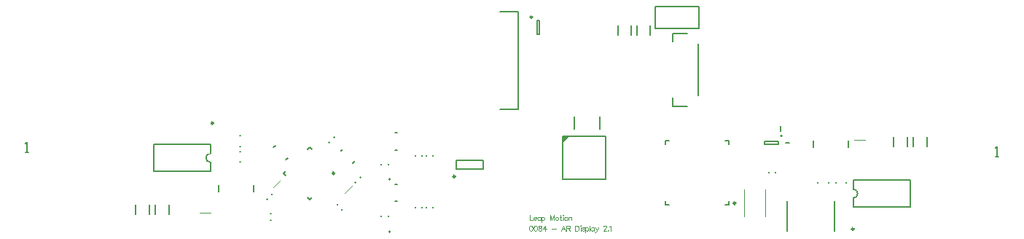
<source format=gto>
%FSLAX44Y44*%
%MOMM*%
G71*
G01*
G75*
G04 Layer_Color=65535*
%ADD10R,1.8000X1.1500*%
%ADD11R,3.6000X1.2000*%
%ADD12R,0.9000X0.8000*%
G04:AMPARAMS|DCode=13|XSize=0.9mm|YSize=0.8mm|CornerRadius=0mm|HoleSize=0mm|Usage=FLASHONLY|Rotation=225.000|XOffset=0mm|YOffset=0mm|HoleType=Round|Shape=Rectangle|*
%AMROTATEDRECTD13*
4,1,4,0.0354,0.6010,0.6010,0.0354,-0.0354,-0.6010,-0.6010,-0.0354,0.0354,0.6010,0.0*
%
%ADD13ROTATEDRECTD13*%

%ADD14O,0.8500X0.2500*%
%ADD15O,0.2500X0.8500*%
%ADD16R,5.1500X5.1500*%
%ADD17R,0.6200X0.6200*%
%ADD18R,0.6200X0.6200*%
%ADD19C,0.1714*%
G04:AMPARAMS|DCode=20|XSize=0.65mm|YSize=0.55mm|CornerRadius=0mm|HoleSize=0mm|Usage=FLASHONLY|Rotation=45.000|XOffset=0mm|YOffset=0mm|HoleType=Round|Shape=Rectangle|*
%AMROTATEDRECTD20*
4,1,4,-0.0354,-0.4243,-0.4243,-0.0354,0.0354,0.4243,0.4243,0.0354,-0.0354,-0.4243,0.0*
%
%ADD20ROTATEDRECTD20*%

G04:AMPARAMS|DCode=21|XSize=0.65mm|YSize=0.55mm|CornerRadius=0mm|HoleSize=0mm|Usage=FLASHONLY|Rotation=315.000|XOffset=0mm|YOffset=0mm|HoleType=Round|Shape=Rectangle|*
%AMROTATEDRECTD21*
4,1,4,-0.4243,0.0354,-0.0354,0.4243,0.4243,-0.0354,0.0354,-0.4243,-0.4243,0.0354,0.0*
%
%ADD21ROTATEDRECTD21*%

%ADD22C,1.5000*%
%ADD23R,0.6500X0.5500*%
%ADD24R,0.4600X0.4200*%
%ADD25R,0.4500X0.6500*%
%ADD26R,0.4500X0.7000*%
%ADD27R,0.6500X0.4500*%
%ADD28R,0.7000X0.4500*%
%ADD29R,0.4500X0.4500*%
%ADD30R,0.5500X0.6500*%
%ADD31R,0.3300X0.5500*%
%ADD32R,0.5500X0.3300*%
%ADD33R,0.1800X0.4700*%
%ADD34R,0.8000X0.3500*%
%ADD35R,0.3000X1.0000*%
%ADD36R,0.6000X1.0000*%
%ADD37R,0.6500X0.7500*%
G04:AMPARAMS|DCode=38|XSize=0.42mm|YSize=0.46mm|CornerRadius=0mm|HoleSize=0mm|Usage=FLASHONLY|Rotation=135.000|XOffset=0mm|YOffset=0mm|HoleType=Round|Shape=Rectangle|*
%AMROTATEDRECTD38*
4,1,4,0.3111,0.0141,-0.0141,-0.3111,-0.3111,-0.0141,0.0141,0.3111,0.3111,0.0141,0.0*
%
%ADD38ROTATEDRECTD38*%

%ADD39R,0.4200X0.4600*%
%ADD40P,0.6364X4X270.0*%
%ADD41R,0.4500X0.4500*%
%ADD42P,0.8768X4X270.0*%
%ADD43P,0.8768X4X360.0*%
%ADD44P,0.6364X4X180.0*%
%ADD45R,1.2700X2.2000*%
%ADD46R,1.0000X0.9500*%
%ADD47R,0.8000X0.3000*%
%ADD48R,1.9000X1.1000*%
%ADD49R,0.3000X1.6000*%
%ADD50R,3.7000X2.4000*%
%ADD51R,1.1500X1.4500*%
%ADD52R,0.9000X1.0000*%
G04:AMPARAMS|DCode=53|XSize=1mm|YSize=0.9mm|CornerRadius=0mm|HoleSize=0mm|Usage=FLASHONLY|Rotation=45.000|XOffset=0mm|YOffset=0mm|HoleType=Round|Shape=Rectangle|*
%AMROTATEDRECTD53*
4,1,4,-0.0354,-0.6717,-0.6717,-0.0354,0.0354,0.6717,0.6717,0.0354,-0.0354,-0.6717,0.0*
%
%ADD53ROTATEDRECTD53*%

G04:AMPARAMS|DCode=54|XSize=2.2mm|YSize=1.27mm|CornerRadius=0mm|HoleSize=0mm|Usage=FLASHONLY|Rotation=135.000|XOffset=0mm|YOffset=0mm|HoleType=Round|Shape=Rectangle|*
%AMROTATEDRECTD54*
4,1,4,1.2268,-0.3288,0.3288,-1.2268,-1.2268,0.3288,-0.3288,1.2268,1.2268,-0.3288,0.0*
%
%ADD54ROTATEDRECTD54*%

G04:AMPARAMS|DCode=55|XSize=1mm|YSize=0.9mm|CornerRadius=0mm|HoleSize=0mm|Usage=FLASHONLY|Rotation=135.000|XOffset=0mm|YOffset=0mm|HoleType=Round|Shape=Rectangle|*
%AMROTATEDRECTD55*
4,1,4,0.6717,-0.0354,0.0354,-0.6717,-0.6717,0.0354,-0.0354,0.6717,0.6717,-0.0354,0.0*
%
%ADD55ROTATEDRECTD55*%

G04:AMPARAMS|DCode=56|XSize=0.25mm|YSize=0.8mm|CornerRadius=0mm|HoleSize=0mm|Usage=FLASHONLY|Rotation=315.000|XOffset=0mm|YOffset=0mm|HoleType=Round|Shape=Round|*
%AMOVALD56*
21,1,0.5500,0.2500,0.0000,0.0000,45.0*
1,1,0.2500,-0.1945,-0.1945*
1,1,0.2500,0.1945,0.1945*
%
%ADD56OVALD56*%

G04:AMPARAMS|DCode=57|XSize=0.25mm|YSize=0.8mm|CornerRadius=0mm|HoleSize=0mm|Usage=FLASHONLY|Rotation=225.000|XOffset=0mm|YOffset=0mm|HoleType=Round|Shape=Round|*
%AMOVALD57*
21,1,0.5500,0.2500,0.0000,0.0000,315.0*
1,1,0.2500,-0.1945,0.1945*
1,1,0.2500,0.1945,-0.1945*
%
%ADD57OVALD57*%

%ADD58P,3.4648X4X270.0*%
%ADD59R,1.0000X0.9000*%
%ADD60R,0.2500X0.7000*%
%ADD61R,1.5500X0.8500*%
%ADD62R,0.2000X0.7500*%
%ADD63R,0.9600X0.8900*%
%ADD64R,1.0500X0.6500*%
%ADD65R,1.4500X1.1500*%
%ADD66R,0.7500X0.6500*%
%ADD67C,0.5000*%
%ADD68C,0.2000*%
%ADD69C,0.1270*%
%ADD70C,0.1000*%
%ADD71C,0.3000*%
%ADD72C,0.4000*%
%ADD73C,0.0762*%
%ADD74C,1.2000*%
%ADD75C,1.0000*%
%ADD76C,0.7500*%
%ADD77C,0.2500*%
%ADD78C,0.1250*%
%ADD79C,0.1524*%
%ADD80C,0.1800*%
%ADD81C,0.1500*%
%ADD82C,0.1520*%
%ADD83C,0.1750*%
%ADD84R,1.6000X0.8000*%
%ADD85R,1.3250X1.0500*%
%ADD86R,0.7976X0.7976*%
%ADD87R,0.8000X0.3000*%
%ADD88C,3.8000*%
%ADD89O,2.2500X1.2000*%
%ADD90O,2.8500X1.4500*%
%ADD91C,0.7500*%
%ADD92C,1.0000*%
%ADD93R,1.5000X1.5000*%
%ADD94C,0.3000*%
%ADD95C,0.2500*%
%ADD96C,0.6000*%
%ADD97O,2.0400X1.0000*%
%ADD98O,2.6500X1.2000*%
%ADD99C,0.8500*%
%ADD100C,1.3000*%
%ADD101C,1.2000*%
%ADD102C,0.4500*%
%ADD103C,0.4000*%
%ADD104R,0.8900X0.9600*%
%ADD105R,0.3600X0.3200*%
%ADD106R,0.3200X0.3600*%
%ADD107R,0.5200X0.5200*%
%ADD108R,0.5200X0.5200*%
%ADD109R,0.6250X0.6000*%
G36*
X650000Y110821D02*
Y117750D01*
X656929D01*
X650000Y110821D01*
D02*
G37*
D68*
X905000Y118000D02*
G03*
X905000Y118000I-1000J0D01*
G01*
X240930Y97860D02*
G03*
X240930Y87460I0J-5200D01*
G01*
X450000Y68000D02*
G03*
X450000Y68000I-1000J0D01*
G01*
Y7000D02*
G03*
X450000Y7000I-1000J0D01*
G01*
X987540Y45950D02*
G03*
X987540Y56350I0J5200D01*
G01*
X752000Y235500D02*
Y246500D01*
X736000Y235500D02*
Y246500D01*
X730000Y235500D02*
Y246500D01*
X714000Y235500D02*
Y246500D01*
X250680Y53190D02*
Y60810D01*
X291320Y53190D02*
Y60810D01*
X982320Y105190D02*
Y112810D01*
X941680Y105190D02*
Y112810D01*
X843250Y38500D02*
Y42750D01*
X839000Y38500D02*
X843250D01*
X769250D02*
X773500D01*
X769250D02*
Y42750D01*
Y108250D02*
Y112500D01*
X773500D01*
X843250Y108250D02*
Y112500D01*
X839000D02*
X843250D01*
X884600Y108500D02*
X900600D01*
X884600Y111500D02*
X900600D01*
X884600Y108500D02*
Y111500D01*
X900600Y108500D02*
Y111500D01*
X623100Y236000D02*
Y252000D01*
X620100Y236000D02*
Y252000D01*
Y236000D02*
X623100D01*
X620100Y252000D02*
X623100D01*
X598150Y148900D02*
Y262900D01*
X577600Y148900D02*
X598150D01*
X577600Y262900D02*
X598150D01*
X526500Y89750D02*
X557500D01*
X526500Y79750D02*
X557500D01*
Y89750D01*
X526500Y79750D02*
Y89750D01*
X455100Y42000D02*
X458100D01*
X455100Y62000D02*
X458100D01*
X1050600Y105500D02*
X1050600Y116500D01*
X1034600Y105500D02*
Y116500D01*
X1073600Y105500D02*
Y116500D01*
X1057600Y105500D02*
Y116500D01*
X650000Y67750D02*
X700000D01*
Y117750D01*
X650000Y67750D02*
Y117750D01*
X700000D01*
X650000Y110821D02*
X656929Y117750D01*
X153600Y27500D02*
Y38500D01*
X169600Y27500D02*
Y38500D01*
X757200Y243300D02*
X808000D01*
X757200D02*
Y268700D01*
X808000Y243300D02*
Y268700D01*
X757200D02*
X808000D01*
X778099Y237501D02*
X795099D01*
X778099Y227501D02*
Y237501D01*
Y152501D02*
Y162501D01*
Y152501D02*
X795099D01*
X807599Y165001D02*
Y225001D01*
X176600Y27500D02*
Y38500D01*
X192600Y27500D02*
Y38500D01*
X240930Y97860D02*
Y108160D01*
X174930Y108160D02*
X240930D01*
X240930Y77160D02*
Y87460D01*
X174930Y77160D02*
X240930D01*
X174930D02*
Y108160D01*
X275100Y100250D02*
X276100D01*
X275100Y87750D02*
X276100D01*
X275100Y118250D02*
X276100D01*
X275100Y105750D02*
X276100D01*
X310500Y28000D02*
X311500D01*
X310500Y20000D02*
X311500Y20000D01*
X306260Y45190D02*
X306967Y44483D01*
X311917Y50847D02*
X312624Y50140D01*
X314310Y104676D02*
X316431Y106797D01*
X328452Y90533D02*
X330574Y92655D01*
X378260Y111190D02*
X378967Y110483D01*
X383917Y116847D02*
X384624Y116140D01*
X393917Y32483D02*
X394624Y33190D01*
X388260Y38140D02*
X388967Y38847D01*
X356442Y44260D02*
X359093Y46911D01*
X353790Y46911D02*
X356442Y44260D01*
X326036Y74665D02*
X328688Y72014D01*
X326036Y74665D02*
X328688Y77317D01*
X356442Y105071D02*
X359093Y102419D01*
X353790Y102419D02*
X356442Y105071D01*
X392310Y100676D02*
X394431Y102797D01*
X406452Y86533D02*
X408573Y88655D01*
X408818Y64525D02*
X409525Y63818D01*
X414475Y70182D02*
X415182Y69475D01*
X447600Y84500D02*
Y85500D01*
X439600Y84500D02*
Y85500D01*
X499600Y94500D02*
Y95500D01*
X491600Y94500D02*
Y95500D01*
X486600Y94500D02*
Y95500D01*
X478600Y94500D02*
Y95500D01*
X455100Y102000D02*
X458100D01*
X455100Y122000D02*
X458100D01*
X447600Y24500D02*
Y25500D01*
X439600Y24500D02*
Y25500D01*
X499600Y34500D02*
Y35500D01*
X491600Y34500D02*
Y35500D01*
X486600Y34500D02*
Y35500D01*
X478600Y34500D02*
Y35500D01*
X693200Y126000D02*
X693200Y141000D01*
X663200Y126000D02*
X663200Y141000D01*
X897400Y75500D02*
Y76500D01*
X889800Y75500D02*
Y76500D01*
X959250Y63500D02*
Y64500D01*
X946750Y63500D02*
Y64500D01*
X979750Y63500D02*
Y64500D01*
X967250Y63500D02*
Y64500D01*
X1053540Y35650D02*
Y66650D01*
X987540D02*
X1053540D01*
X987540Y35650D02*
X1053540D01*
X987540Y56350D02*
Y66650D01*
Y35650D02*
Y45950D01*
X908850Y110000D02*
X913600D01*
X902850Y124000D02*
Y130000D01*
X1152750Y94250D02*
X1156749D01*
X1154749D01*
Y106246D01*
X1152750Y104247D01*
X25750Y99000D02*
X29749D01*
X27749D01*
Y110996D01*
X25750Y108997D01*
D70*
X663700Y122000D02*
G03*
X663700Y122000I-500J0D01*
G01*
X988650Y113810D02*
X1001350D01*
X228650Y29190D02*
X241350D01*
X313816Y58204D02*
X322796Y67184D01*
X397204Y51816D02*
X406184Y60796D01*
X885250Y24250D02*
Y56250D01*
X861250Y24250D02*
Y56250D01*
X612000Y25999D02*
Y20000D01*
X615428D01*
X616085Y22285D02*
X619513D01*
Y22857D01*
X619227Y23428D01*
X618941Y23714D01*
X618370Y23999D01*
X617513D01*
X616942Y23714D01*
X616371Y23142D01*
X616085Y22285D01*
Y21714D01*
X616371Y20857D01*
X616942Y20286D01*
X617513Y20000D01*
X618370D01*
X618941Y20286D01*
X619513Y20857D01*
X624226Y23999D02*
Y20000D01*
Y23142D02*
X623655Y23714D01*
X623083Y23999D01*
X622226D01*
X621655Y23714D01*
X621084Y23142D01*
X620798Y22285D01*
Y21714D01*
X621084Y20857D01*
X621655Y20286D01*
X622226Y20000D01*
X623083D01*
X623655Y20286D01*
X624226Y20857D01*
X625826Y23999D02*
Y18000D01*
Y23142D02*
X626397Y23714D01*
X626968Y23999D01*
X627825D01*
X628396Y23714D01*
X628968Y23142D01*
X629253Y22285D01*
Y21714D01*
X628968Y20857D01*
X628396Y20286D01*
X627825Y20000D01*
X626968D01*
X626397Y20286D01*
X625826Y20857D01*
X635252Y25999D02*
Y20000D01*
Y25999D02*
X637537Y20000D01*
X639823Y25999D02*
X637537Y20000D01*
X639823Y25999D02*
Y20000D01*
X642965Y23999D02*
X642393Y23714D01*
X641822Y23142D01*
X641536Y22285D01*
Y21714D01*
X641822Y20857D01*
X642393Y20286D01*
X642965Y20000D01*
X643822D01*
X644393Y20286D01*
X644964Y20857D01*
X645250Y21714D01*
Y22285D01*
X644964Y23142D01*
X644393Y23714D01*
X643822Y23999D01*
X642965D01*
X647421Y25999D02*
Y21143D01*
X647707Y20286D01*
X648278Y20000D01*
X648849D01*
X646564Y23999D02*
X648564D01*
X650277Y25999D02*
X650563Y25713D01*
X650849Y25999D01*
X650563Y26284D01*
X650277Y25999D01*
X650563Y23999D02*
Y20000D01*
X653334Y23999D02*
X652763Y23714D01*
X652191Y23142D01*
X651906Y22285D01*
Y21714D01*
X652191Y20857D01*
X652763Y20286D01*
X653334Y20000D01*
X654191D01*
X654762Y20286D01*
X655333Y20857D01*
X655619Y21714D01*
Y22285D01*
X655333Y23142D01*
X654762Y23714D01*
X654191Y23999D01*
X653334D01*
X656933D02*
Y20000D01*
Y22857D02*
X657790Y23714D01*
X658361Y23999D01*
X659218D01*
X659790Y23714D01*
X660075Y22857D01*
Y20000D01*
X612714Y13999D02*
X611857Y13713D01*
X611286Y12856D01*
X611000Y11428D01*
Y10571D01*
X611286Y9143D01*
X611857Y8286D01*
X612714Y8000D01*
X613285D01*
X614142Y8286D01*
X614714Y9143D01*
X614999Y10571D01*
Y11428D01*
X614714Y12856D01*
X614142Y13713D01*
X613285Y13999D01*
X612714D01*
X618056D02*
X617199Y13713D01*
X616627Y12856D01*
X616342Y11428D01*
Y10571D01*
X616627Y9143D01*
X617199Y8286D01*
X618056Y8000D01*
X618627D01*
X619484Y8286D01*
X620055Y9143D01*
X620341Y10571D01*
Y11428D01*
X620055Y12856D01*
X619484Y13713D01*
X618627Y13999D01*
X618056D01*
X623112D02*
X622255Y13713D01*
X621969Y13142D01*
Y12571D01*
X622255Y11999D01*
X622826Y11714D01*
X623969Y11428D01*
X624826Y11142D01*
X625397Y10571D01*
X625682Y10000D01*
Y9143D01*
X625397Y8571D01*
X625111Y8286D01*
X624254Y8000D01*
X623112D01*
X622255Y8286D01*
X621969Y8571D01*
X621683Y9143D01*
Y10000D01*
X621969Y10571D01*
X622540Y11142D01*
X623397Y11428D01*
X624540Y11714D01*
X625111Y11999D01*
X625397Y12571D01*
Y13142D01*
X625111Y13713D01*
X624254Y13999D01*
X623112D01*
X629882D02*
X627025Y10000D01*
X631310D01*
X629882Y13999D02*
Y8000D01*
X637080Y10571D02*
X642222D01*
X653277Y8000D02*
X650991Y13999D01*
X648706Y8000D01*
X649563Y10000D02*
X652420D01*
X654676Y13999D02*
Y8000D01*
Y13999D02*
X657247D01*
X658104Y13713D01*
X658390Y13427D01*
X658675Y12856D01*
Y12285D01*
X658390Y11714D01*
X658104Y11428D01*
X657247Y11142D01*
X654676D01*
X656676D02*
X658675Y8000D01*
X664731Y13999D02*
Y8000D01*
Y13999D02*
X666731D01*
X667588Y13713D01*
X668159Y13142D01*
X668445Y12571D01*
X668730Y11714D01*
Y10285D01*
X668445Y9428D01*
X668159Y8857D01*
X667588Y8286D01*
X666731Y8000D01*
X664731D01*
X670644Y13999D02*
X670930Y13713D01*
X671216Y13999D01*
X670930Y14284D01*
X670644Y13999D01*
X670930Y11999D02*
Y8000D01*
X675415Y11142D02*
X675129Y11714D01*
X674272Y11999D01*
X673415D01*
X672558Y11714D01*
X672272Y11142D01*
X672558Y10571D01*
X673129Y10285D01*
X674558Y10000D01*
X675129Y9714D01*
X675415Y9143D01*
Y8857D01*
X675129Y8286D01*
X674272Y8000D01*
X673415D01*
X672558Y8286D01*
X672272Y8857D01*
X676672Y11999D02*
Y6000D01*
Y11142D02*
X677243Y11714D01*
X677814Y11999D01*
X678671D01*
X679242Y11714D01*
X679814Y11142D01*
X680099Y10285D01*
Y9714D01*
X679814Y8857D01*
X679242Y8286D01*
X678671Y8000D01*
X677814D01*
X677243Y8286D01*
X676672Y8857D01*
X681385Y13999D02*
Y8000D01*
X686069Y11999D02*
Y8000D01*
Y11142D02*
X685498Y11714D01*
X684927Y11999D01*
X684070D01*
X683499Y11714D01*
X682927Y11142D01*
X682642Y10285D01*
Y9714D01*
X682927Y8857D01*
X683499Y8286D01*
X684070Y8000D01*
X684927D01*
X685498Y8286D01*
X686069Y8857D01*
X687955Y11999D02*
X689669Y8000D01*
X691383Y11999D02*
X689669Y8000D01*
X689097Y6857D01*
X688526Y6286D01*
X687955Y6000D01*
X687669D01*
X697381Y12571D02*
Y12856D01*
X697667Y13427D01*
X697953Y13713D01*
X698524Y13999D01*
X699667D01*
X700238Y13713D01*
X700524Y13427D01*
X700809Y12856D01*
Y12285D01*
X700524Y11714D01*
X699952Y10856D01*
X697096Y8000D01*
X701095D01*
X702723Y8571D02*
X702437Y8286D01*
X702723Y8000D01*
X703009Y8286D01*
X702723Y8571D01*
X704323Y12856D02*
X704894Y13142D01*
X705751Y13999D01*
Y8000D01*
D77*
X851000Y40000D02*
G03*
X851000Y40000I-1250J0D01*
G01*
X614850Y256250D02*
G03*
X614850Y256250I-1250J0D01*
G01*
X525250Y71000D02*
G03*
X525250Y71000I-1250J0D01*
G01*
X244250Y133000D02*
G03*
X244250Y133000I-1250J0D01*
G01*
X384915Y74665D02*
G03*
X384915Y74665I-1250J0D01*
G01*
X988250Y10000D02*
G03*
X988250Y10000I-1250J0D01*
G01*
D79*
X965750Y7750D02*
Y42750D01*
X910750Y7750D02*
Y42750D01*
M02*

</source>
